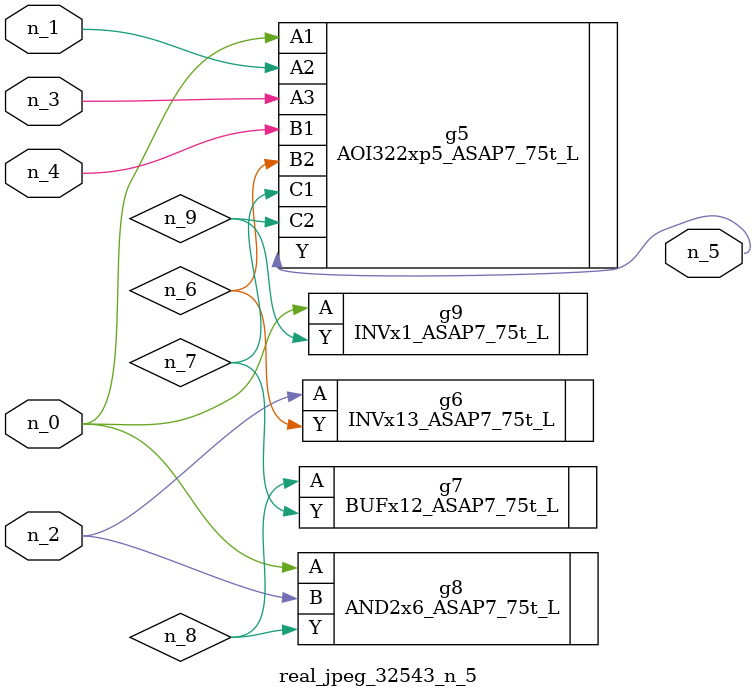
<source format=v>
module real_jpeg_32543_n_5 (n_4, n_0, n_1, n_2, n_3, n_5);

input n_4;
input n_0;
input n_1;
input n_2;
input n_3;

output n_5;

wire n_8;
wire n_6;
wire n_7;
wire n_9;

AOI322xp5_ASAP7_75t_L g5 ( 
.A1(n_0),
.A2(n_1),
.A3(n_3),
.B1(n_4),
.B2(n_6),
.C1(n_7),
.C2(n_9),
.Y(n_5)
);

AND2x6_ASAP7_75t_L g8 ( 
.A(n_0),
.B(n_2),
.Y(n_8)
);

INVx1_ASAP7_75t_L g9 ( 
.A(n_0),
.Y(n_9)
);

INVx13_ASAP7_75t_L g6 ( 
.A(n_2),
.Y(n_6)
);

BUFx12_ASAP7_75t_L g7 ( 
.A(n_8),
.Y(n_7)
);


endmodule
</source>
